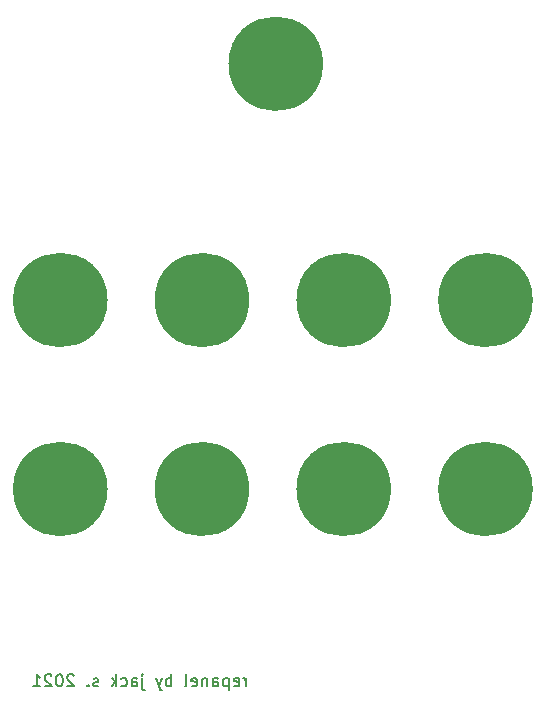
<source format=gbr>
G04 #@! TF.GenerationSoftware,KiCad,Pcbnew,(5.1.5-0)*
G04 #@! TF.CreationDate,2021-01-11T18:57:45-08:00*
G04 #@! TF.ProjectId,kareishuuvco,6b617265-6973-4687-9575-76636f2e6b69,rev?*
G04 #@! TF.SameCoordinates,Original*
G04 #@! TF.FileFunction,Soldermask,Bot*
G04 #@! TF.FilePolarity,Negative*
%FSLAX46Y46*%
G04 Gerber Fmt 4.6, Leading zero omitted, Abs format (unit mm)*
G04 Created by KiCad (PCBNEW (5.1.5-0)) date 2021-01-11 18:57:45*
%MOMM*%
%LPD*%
G04 APERTURE LIST*
%ADD10C,1.000000*%
%ADD11C,0.150000*%
%ADD12C,0.100000*%
G04 APERTURE END LIST*
D10*
X28750000Y-68750000D02*
G75*
G03X28750000Y-68750000I-3500000J0D01*
G01*
D11*
X22726190Y-121452380D02*
X22726190Y-120785714D01*
X22726190Y-120976190D02*
X22678571Y-120880952D01*
X22630952Y-120833333D01*
X22535714Y-120785714D01*
X22440476Y-120785714D01*
X21726190Y-121404761D02*
X21821428Y-121452380D01*
X22011904Y-121452380D01*
X22107142Y-121404761D01*
X22154761Y-121309523D01*
X22154761Y-120928571D01*
X22107142Y-120833333D01*
X22011904Y-120785714D01*
X21821428Y-120785714D01*
X21726190Y-120833333D01*
X21678571Y-120928571D01*
X21678571Y-121023809D01*
X22154761Y-121119047D01*
X21250000Y-120785714D02*
X21250000Y-121785714D01*
X21250000Y-120833333D02*
X21154761Y-120785714D01*
X20964285Y-120785714D01*
X20869047Y-120833333D01*
X20821428Y-120880952D01*
X20773809Y-120976190D01*
X20773809Y-121261904D01*
X20821428Y-121357142D01*
X20869047Y-121404761D01*
X20964285Y-121452380D01*
X21154761Y-121452380D01*
X21250000Y-121404761D01*
X19916666Y-121452380D02*
X19916666Y-120928571D01*
X19964285Y-120833333D01*
X20059523Y-120785714D01*
X20250000Y-120785714D01*
X20345238Y-120833333D01*
X19916666Y-121404761D02*
X20011904Y-121452380D01*
X20250000Y-121452380D01*
X20345238Y-121404761D01*
X20392857Y-121309523D01*
X20392857Y-121214285D01*
X20345238Y-121119047D01*
X20250000Y-121071428D01*
X20011904Y-121071428D01*
X19916666Y-121023809D01*
X19440476Y-120785714D02*
X19440476Y-121452380D01*
X19440476Y-120880952D02*
X19392857Y-120833333D01*
X19297619Y-120785714D01*
X19154761Y-120785714D01*
X19059523Y-120833333D01*
X19011904Y-120928571D01*
X19011904Y-121452380D01*
X18154761Y-121404761D02*
X18250000Y-121452380D01*
X18440476Y-121452380D01*
X18535714Y-121404761D01*
X18583333Y-121309523D01*
X18583333Y-120928571D01*
X18535714Y-120833333D01*
X18440476Y-120785714D01*
X18250000Y-120785714D01*
X18154761Y-120833333D01*
X18107142Y-120928571D01*
X18107142Y-121023809D01*
X18583333Y-121119047D01*
X17535714Y-121452380D02*
X17630952Y-121404761D01*
X17678571Y-121309523D01*
X17678571Y-120452380D01*
X16392857Y-121452380D02*
X16392857Y-120452380D01*
X16392857Y-120833333D02*
X16297619Y-120785714D01*
X16107142Y-120785714D01*
X16011904Y-120833333D01*
X15964285Y-120880952D01*
X15916666Y-120976190D01*
X15916666Y-121261904D01*
X15964285Y-121357142D01*
X16011904Y-121404761D01*
X16107142Y-121452380D01*
X16297619Y-121452380D01*
X16392857Y-121404761D01*
X15583333Y-120785714D02*
X15345238Y-121452380D01*
X15107142Y-120785714D02*
X15345238Y-121452380D01*
X15440476Y-121690476D01*
X15488095Y-121738095D01*
X15583333Y-121785714D01*
X13964285Y-120785714D02*
X13964285Y-121642857D01*
X14011904Y-121738095D01*
X14107142Y-121785714D01*
X14154761Y-121785714D01*
X13964285Y-120452380D02*
X14011904Y-120500000D01*
X13964285Y-120547619D01*
X13916666Y-120500000D01*
X13964285Y-120452380D01*
X13964285Y-120547619D01*
X13059523Y-121452380D02*
X13059523Y-120928571D01*
X13107142Y-120833333D01*
X13202380Y-120785714D01*
X13392857Y-120785714D01*
X13488095Y-120833333D01*
X13059523Y-121404761D02*
X13154761Y-121452380D01*
X13392857Y-121452380D01*
X13488095Y-121404761D01*
X13535714Y-121309523D01*
X13535714Y-121214285D01*
X13488095Y-121119047D01*
X13392857Y-121071428D01*
X13154761Y-121071428D01*
X13059523Y-121023809D01*
X12154761Y-121404761D02*
X12250000Y-121452380D01*
X12440476Y-121452380D01*
X12535714Y-121404761D01*
X12583333Y-121357142D01*
X12630952Y-121261904D01*
X12630952Y-120976190D01*
X12583333Y-120880952D01*
X12535714Y-120833333D01*
X12440476Y-120785714D01*
X12250000Y-120785714D01*
X12154761Y-120833333D01*
X11726190Y-121452380D02*
X11726190Y-120452380D01*
X11630952Y-121071428D02*
X11345238Y-121452380D01*
X11345238Y-120785714D02*
X11726190Y-121166666D01*
X10202380Y-121404761D02*
X10107142Y-121452380D01*
X9916666Y-121452380D01*
X9821428Y-121404761D01*
X9773809Y-121309523D01*
X9773809Y-121261904D01*
X9821428Y-121166666D01*
X9916666Y-121119047D01*
X10059523Y-121119047D01*
X10154761Y-121071428D01*
X10202380Y-120976190D01*
X10202380Y-120928571D01*
X10154761Y-120833333D01*
X10059523Y-120785714D01*
X9916666Y-120785714D01*
X9821428Y-120833333D01*
X9345238Y-121357142D02*
X9297619Y-121404761D01*
X9345238Y-121452380D01*
X9392857Y-121404761D01*
X9345238Y-121357142D01*
X9345238Y-121452380D01*
X8154761Y-120547619D02*
X8107142Y-120500000D01*
X8011904Y-120452380D01*
X7773809Y-120452380D01*
X7678571Y-120500000D01*
X7630952Y-120547619D01*
X7583333Y-120642857D01*
X7583333Y-120738095D01*
X7630952Y-120880952D01*
X8202380Y-121452380D01*
X7583333Y-121452380D01*
X6964285Y-120452380D02*
X6869047Y-120452380D01*
X6773809Y-120500000D01*
X6726190Y-120547619D01*
X6678571Y-120642857D01*
X6630952Y-120833333D01*
X6630952Y-121071428D01*
X6678571Y-121261904D01*
X6726190Y-121357142D01*
X6773809Y-121404761D01*
X6869047Y-121452380D01*
X6964285Y-121452380D01*
X7059523Y-121404761D01*
X7107142Y-121357142D01*
X7154761Y-121261904D01*
X7202380Y-121071428D01*
X7202380Y-120833333D01*
X7154761Y-120642857D01*
X7107142Y-120547619D01*
X7059523Y-120500000D01*
X6964285Y-120452380D01*
X6250000Y-120547619D02*
X6202380Y-120500000D01*
X6107142Y-120452380D01*
X5869047Y-120452380D01*
X5773809Y-120500000D01*
X5726190Y-120547619D01*
X5678571Y-120642857D01*
X5678571Y-120738095D01*
X5726190Y-120880952D01*
X6297619Y-121452380D01*
X5678571Y-121452380D01*
X4726190Y-121452380D02*
X5297619Y-121452380D01*
X5011904Y-121452380D02*
X5011904Y-120452380D01*
X5107142Y-120595238D01*
X5202380Y-120690476D01*
X5297619Y-120738095D01*
D10*
X10500000Y-88750000D02*
G75*
G03X10500000Y-88750000I-3500000J0D01*
G01*
X22500000Y-88750000D02*
G75*
G03X22500000Y-88750000I-3500000J0D01*
G01*
X34500000Y-88750000D02*
G75*
G03X34500000Y-88750000I-3500000J0D01*
G01*
X46500000Y-88750000D02*
G75*
G03X46500000Y-88750000I-3500000J0D01*
G01*
X46500000Y-104750000D02*
G75*
G03X46500000Y-104750000I-3500000J0D01*
G01*
X10500000Y-104750000D02*
G75*
G03X10500000Y-104750000I-3500000J0D01*
G01*
X22500000Y-104750000D02*
G75*
G03X22500000Y-104750000I-3500000J0D01*
G01*
X34500000Y-104750000D02*
G75*
G03X34500000Y-104750000I-3500000J0D01*
G01*
D12*
G36*
X43604975Y-101708585D02*
G01*
X43904528Y-101768170D01*
X44468874Y-102001930D01*
X44976772Y-102341296D01*
X45408704Y-102773228D01*
X45748070Y-103281126D01*
X45981830Y-103845472D01*
X46101000Y-104444578D01*
X46101000Y-105055422D01*
X45981830Y-105654528D01*
X45748070Y-106218874D01*
X45408704Y-106726772D01*
X44976772Y-107158704D01*
X44468874Y-107498070D01*
X43904528Y-107731830D01*
X43604975Y-107791415D01*
X43305423Y-107851000D01*
X42694577Y-107851000D01*
X42395025Y-107791415D01*
X42095472Y-107731830D01*
X41531126Y-107498070D01*
X41023228Y-107158704D01*
X40591296Y-106726772D01*
X40251930Y-106218874D01*
X40018170Y-105654528D01*
X39899000Y-105055422D01*
X39899000Y-104444578D01*
X40018170Y-103845472D01*
X40251930Y-103281126D01*
X40591296Y-102773228D01*
X41023228Y-102341296D01*
X41531126Y-102001930D01*
X42095472Y-101768170D01*
X42395025Y-101708585D01*
X42694577Y-101649000D01*
X43305423Y-101649000D01*
X43604975Y-101708585D01*
G37*
G36*
X31604975Y-101708585D02*
G01*
X31904528Y-101768170D01*
X32468874Y-102001930D01*
X32976772Y-102341296D01*
X33408704Y-102773228D01*
X33748070Y-103281126D01*
X33981830Y-103845472D01*
X34101000Y-104444578D01*
X34101000Y-105055422D01*
X33981830Y-105654528D01*
X33748070Y-106218874D01*
X33408704Y-106726772D01*
X32976772Y-107158704D01*
X32468874Y-107498070D01*
X31904528Y-107731830D01*
X31604975Y-107791415D01*
X31305423Y-107851000D01*
X30694577Y-107851000D01*
X30395025Y-107791415D01*
X30095472Y-107731830D01*
X29531126Y-107498070D01*
X29023228Y-107158704D01*
X28591296Y-106726772D01*
X28251930Y-106218874D01*
X28018170Y-105654528D01*
X27899000Y-105055422D01*
X27899000Y-104444578D01*
X28018170Y-103845472D01*
X28251930Y-103281126D01*
X28591296Y-102773228D01*
X29023228Y-102341296D01*
X29531126Y-102001930D01*
X30095472Y-101768170D01*
X30395025Y-101708585D01*
X30694577Y-101649000D01*
X31305423Y-101649000D01*
X31604975Y-101708585D01*
G37*
G36*
X19604975Y-101708585D02*
G01*
X19904528Y-101768170D01*
X20468874Y-102001930D01*
X20976772Y-102341296D01*
X21408704Y-102773228D01*
X21748070Y-103281126D01*
X21981830Y-103845472D01*
X22101000Y-104444578D01*
X22101000Y-105055422D01*
X21981830Y-105654528D01*
X21748070Y-106218874D01*
X21408704Y-106726772D01*
X20976772Y-107158704D01*
X20468874Y-107498070D01*
X19904528Y-107731830D01*
X19604975Y-107791415D01*
X19305423Y-107851000D01*
X18694577Y-107851000D01*
X18395025Y-107791415D01*
X18095472Y-107731830D01*
X17531126Y-107498070D01*
X17023228Y-107158704D01*
X16591296Y-106726772D01*
X16251930Y-106218874D01*
X16018170Y-105654528D01*
X15899000Y-105055422D01*
X15899000Y-104444578D01*
X16018170Y-103845472D01*
X16251930Y-103281126D01*
X16591296Y-102773228D01*
X17023228Y-102341296D01*
X17531126Y-102001930D01*
X18095472Y-101768170D01*
X18395025Y-101708585D01*
X18694577Y-101649000D01*
X19305423Y-101649000D01*
X19604975Y-101708585D01*
G37*
G36*
X7604975Y-101708585D02*
G01*
X7904528Y-101768170D01*
X8468874Y-102001930D01*
X8976772Y-102341296D01*
X9408704Y-102773228D01*
X9748070Y-103281126D01*
X9981830Y-103845472D01*
X10101000Y-104444578D01*
X10101000Y-105055422D01*
X9981830Y-105654528D01*
X9748070Y-106218874D01*
X9408704Y-106726772D01*
X8976772Y-107158704D01*
X8468874Y-107498070D01*
X7904528Y-107731830D01*
X7604975Y-107791415D01*
X7305423Y-107851000D01*
X6694577Y-107851000D01*
X6395025Y-107791415D01*
X6095472Y-107731830D01*
X5531126Y-107498070D01*
X5023228Y-107158704D01*
X4591296Y-106726772D01*
X4251930Y-106218874D01*
X4018170Y-105654528D01*
X3899000Y-105055422D01*
X3899000Y-104444578D01*
X4018170Y-103845472D01*
X4251930Y-103281126D01*
X4591296Y-102773228D01*
X5023228Y-102341296D01*
X5531126Y-102001930D01*
X6095472Y-101768170D01*
X6395025Y-101708585D01*
X6694577Y-101649000D01*
X7305423Y-101649000D01*
X7604975Y-101708585D01*
G37*
G36*
X43604975Y-85708585D02*
G01*
X43904528Y-85768170D01*
X44468874Y-86001930D01*
X44976772Y-86341296D01*
X45408704Y-86773228D01*
X45748070Y-87281126D01*
X45981830Y-87845472D01*
X46101000Y-88444578D01*
X46101000Y-89055422D01*
X45981830Y-89654528D01*
X45748070Y-90218874D01*
X45408704Y-90726772D01*
X44976772Y-91158704D01*
X44468874Y-91498070D01*
X43904528Y-91731830D01*
X43604975Y-91791415D01*
X43305423Y-91851000D01*
X42694577Y-91851000D01*
X42395025Y-91791415D01*
X42095472Y-91731830D01*
X41531126Y-91498070D01*
X41023228Y-91158704D01*
X40591296Y-90726772D01*
X40251930Y-90218874D01*
X40018170Y-89654528D01*
X39899000Y-89055422D01*
X39899000Y-88444578D01*
X40018170Y-87845472D01*
X40251930Y-87281126D01*
X40591296Y-86773228D01*
X41023228Y-86341296D01*
X41531126Y-86001930D01*
X42095472Y-85768170D01*
X42395025Y-85708585D01*
X42694577Y-85649000D01*
X43305423Y-85649000D01*
X43604975Y-85708585D01*
G37*
G36*
X31604975Y-85708585D02*
G01*
X31904528Y-85768170D01*
X32468874Y-86001930D01*
X32976772Y-86341296D01*
X33408704Y-86773228D01*
X33748070Y-87281126D01*
X33981830Y-87845472D01*
X34101000Y-88444578D01*
X34101000Y-89055422D01*
X33981830Y-89654528D01*
X33748070Y-90218874D01*
X33408704Y-90726772D01*
X32976772Y-91158704D01*
X32468874Y-91498070D01*
X31904528Y-91731830D01*
X31604975Y-91791415D01*
X31305423Y-91851000D01*
X30694577Y-91851000D01*
X30395025Y-91791415D01*
X30095472Y-91731830D01*
X29531126Y-91498070D01*
X29023228Y-91158704D01*
X28591296Y-90726772D01*
X28251930Y-90218874D01*
X28018170Y-89654528D01*
X27899000Y-89055422D01*
X27899000Y-88444578D01*
X28018170Y-87845472D01*
X28251930Y-87281126D01*
X28591296Y-86773228D01*
X29023228Y-86341296D01*
X29531126Y-86001930D01*
X30095472Y-85768170D01*
X30395025Y-85708585D01*
X30694577Y-85649000D01*
X31305423Y-85649000D01*
X31604975Y-85708585D01*
G37*
G36*
X19604975Y-85708585D02*
G01*
X19904528Y-85768170D01*
X20468874Y-86001930D01*
X20976772Y-86341296D01*
X21408704Y-86773228D01*
X21748070Y-87281126D01*
X21981830Y-87845472D01*
X22101000Y-88444578D01*
X22101000Y-89055422D01*
X21981830Y-89654528D01*
X21748070Y-90218874D01*
X21408704Y-90726772D01*
X20976772Y-91158704D01*
X20468874Y-91498070D01*
X19904528Y-91731830D01*
X19604975Y-91791415D01*
X19305423Y-91851000D01*
X18694577Y-91851000D01*
X18395025Y-91791415D01*
X18095472Y-91731830D01*
X17531126Y-91498070D01*
X17023228Y-91158704D01*
X16591296Y-90726772D01*
X16251930Y-90218874D01*
X16018170Y-89654528D01*
X15899000Y-89055422D01*
X15899000Y-88444578D01*
X16018170Y-87845472D01*
X16251930Y-87281126D01*
X16591296Y-86773228D01*
X17023228Y-86341296D01*
X17531126Y-86001930D01*
X18095472Y-85768170D01*
X18395025Y-85708585D01*
X18694577Y-85649000D01*
X19305423Y-85649000D01*
X19604975Y-85708585D01*
G37*
G36*
X7604975Y-85708585D02*
G01*
X7904528Y-85768170D01*
X8468874Y-86001930D01*
X8976772Y-86341296D01*
X9408704Y-86773228D01*
X9748070Y-87281126D01*
X9981830Y-87845472D01*
X10101000Y-88444578D01*
X10101000Y-89055422D01*
X9981830Y-89654528D01*
X9748070Y-90218874D01*
X9408704Y-90726772D01*
X8976772Y-91158704D01*
X8468874Y-91498070D01*
X7904528Y-91731830D01*
X7604975Y-91791415D01*
X7305423Y-91851000D01*
X6694577Y-91851000D01*
X6395025Y-91791415D01*
X6095472Y-91731830D01*
X5531126Y-91498070D01*
X5023228Y-91158704D01*
X4591296Y-90726772D01*
X4251930Y-90218874D01*
X4018170Y-89654528D01*
X3899000Y-89055422D01*
X3899000Y-88444578D01*
X4018170Y-87845472D01*
X4251930Y-87281126D01*
X4591296Y-86773228D01*
X5023228Y-86341296D01*
X5531126Y-86001930D01*
X6095472Y-85768170D01*
X6395025Y-85708585D01*
X6694577Y-85649000D01*
X7305423Y-85649000D01*
X7604975Y-85708585D01*
G37*
G36*
X25854975Y-65708585D02*
G01*
X26154528Y-65768170D01*
X26718874Y-66001930D01*
X27226772Y-66341296D01*
X27658704Y-66773228D01*
X27998070Y-67281126D01*
X28231830Y-67845472D01*
X28351000Y-68444578D01*
X28351000Y-69055422D01*
X28231830Y-69654528D01*
X27998070Y-70218874D01*
X27658704Y-70726772D01*
X27226772Y-71158704D01*
X26718874Y-71498070D01*
X26154528Y-71731830D01*
X25854975Y-71791415D01*
X25555423Y-71851000D01*
X24944577Y-71851000D01*
X24645025Y-71791415D01*
X24345472Y-71731830D01*
X23781126Y-71498070D01*
X23273228Y-71158704D01*
X22841296Y-70726772D01*
X22501930Y-70218874D01*
X22268170Y-69654528D01*
X22149000Y-69055422D01*
X22149000Y-68444578D01*
X22268170Y-67845472D01*
X22501930Y-67281126D01*
X22841296Y-66773228D01*
X23273228Y-66341296D01*
X23781126Y-66001930D01*
X24345472Y-65768170D01*
X24645025Y-65708585D01*
X24944577Y-65649000D01*
X25555423Y-65649000D01*
X25854975Y-65708585D01*
G37*
M02*

</source>
